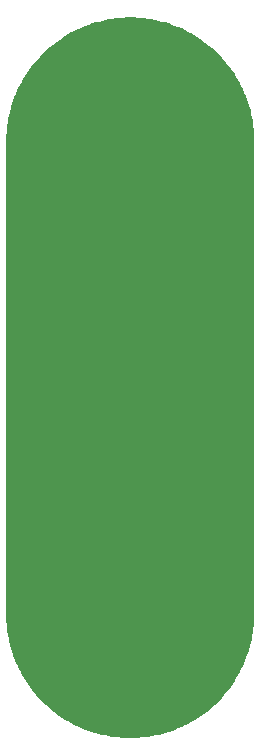
<source format=gbo>
G04 Layer: BottomSilkscreenLayer*
G04 EasyEDA v6.5.9, 2022-09-16 14:53:16*
G04 a67cddfb3fce44daa9051d46cbbcc19f,10*
G04 Gerber Generator version 0.2*
G04 Scale: 100 percent, Rotated: No, Reflected: No *
G04 Dimensions in millimeters *
G04 leading zeros omitted , absolute positions ,4 integer and 5 decimal *
%FSLAX45Y45*%
%MOMM*%

%ADD10C,0.0001*%

%LPD*%
G36*
X1242669Y2250490D02*
G01*
X1213358Y2249881D01*
X1184046Y2248408D01*
X1154785Y2246172D01*
X1125626Y2243124D01*
X1096518Y2239213D01*
X1067562Y2234539D01*
X1038758Y2229053D01*
X1010107Y2222754D01*
X981659Y2215642D01*
X953414Y2207768D01*
X925372Y2199081D01*
X897636Y2189632D01*
X870102Y2179421D01*
X842924Y2168398D01*
X829411Y2162657D01*
X802741Y2150516D01*
X776376Y2137664D01*
X750366Y2124049D01*
X724763Y2109774D01*
X699566Y2094738D01*
X674776Y2079040D01*
X650494Y2062632D01*
X626618Y2045563D01*
X603250Y2027783D01*
X580390Y2009444D01*
X558038Y1990394D01*
X536244Y1970786D01*
X515010Y1950567D01*
X494334Y1929739D01*
X474268Y1908352D01*
X454761Y1886407D01*
X435914Y1863953D01*
X417728Y1840941D01*
X400151Y1817471D01*
X383235Y1793493D01*
X366979Y1769059D01*
X351434Y1744167D01*
X336600Y1718868D01*
X322478Y1693164D01*
X309067Y1667103D01*
X296367Y1640636D01*
X284429Y1613814D01*
X273253Y1586738D01*
X262839Y1559306D01*
X253187Y1531569D01*
X244348Y1503629D01*
X240182Y1489557D01*
X232511Y1461262D01*
X225602Y1432712D01*
X219506Y1404061D01*
X214223Y1375206D01*
X209702Y1346200D01*
X206044Y1317091D01*
X203200Y1287881D01*
X201117Y1258620D01*
X199898Y1229309D01*
X199491Y1199997D01*
X199898Y1170686D01*
X201117Y1141374D01*
X203200Y1112113D01*
X206044Y1082903D01*
X209702Y1053795D01*
X214223Y1024788D01*
X219506Y995934D01*
X225602Y967282D01*
X232511Y938733D01*
X240182Y910437D01*
X248666Y882345D01*
X257911Y854506D01*
X267970Y826973D01*
X273253Y813308D01*
X284429Y786180D01*
X296367Y759358D01*
X309067Y732891D01*
X322478Y706831D01*
X336600Y681126D01*
X351434Y655828D01*
X366979Y630936D01*
X383235Y606501D01*
X400151Y582523D01*
X417728Y559054D01*
X435914Y536041D01*
X454761Y513588D01*
X474268Y491642D01*
X494334Y470255D01*
X515010Y449427D01*
X536244Y429209D01*
X558038Y409600D01*
X580390Y390601D01*
X603250Y372211D01*
X626618Y354482D01*
X650494Y337362D01*
X674776Y321005D01*
X699566Y305257D01*
X724763Y290220D01*
X750366Y275945D01*
X776376Y262331D01*
X802741Y249478D01*
X829411Y237337D01*
X856487Y226009D01*
X870102Y220573D01*
X897636Y210362D01*
X925372Y200914D01*
X953414Y192227D01*
X981659Y184353D01*
X1010107Y177241D01*
X1038758Y170942D01*
X1067562Y165455D01*
X1096518Y160782D01*
X1125626Y156870D01*
X1154785Y153822D01*
X1184046Y151587D01*
X1213358Y150164D01*
X1227988Y149707D01*
X1257350Y149504D01*
X1286662Y150164D01*
X1315974Y151587D01*
X1345234Y153822D01*
X1374394Y156870D01*
X1403451Y160782D01*
X1432407Y165455D01*
X1461211Y170942D01*
X1489862Y177241D01*
X1518361Y184353D01*
X1546606Y192227D01*
X1574647Y200914D01*
X1602384Y210362D01*
X1629867Y220573D01*
X1657096Y231597D01*
X1683969Y243332D01*
X1710486Y255828D01*
X1736699Y269036D01*
X1762506Y283006D01*
X1775256Y290220D01*
X1800453Y305257D01*
X1825193Y321005D01*
X1849526Y337362D01*
X1873402Y354482D01*
X1896770Y372211D01*
X1919630Y390601D01*
X1941931Y409600D01*
X1963775Y429209D01*
X1985010Y449427D01*
X2005685Y470255D01*
X2025751Y491642D01*
X2045207Y513588D01*
X2064105Y536041D01*
X2082292Y559054D01*
X2099868Y582523D01*
X2116785Y606501D01*
X2133041Y630936D01*
X2148586Y655828D01*
X2163419Y681126D01*
X2177542Y706831D01*
X2190953Y732891D01*
X2203602Y759358D01*
X2209698Y772718D01*
X2221230Y799693D01*
X2232050Y826973D01*
X2242058Y854506D01*
X2251303Y882345D01*
X2255672Y896366D01*
X2263749Y924560D01*
X2271064Y953008D01*
X2277567Y981608D01*
X2283256Y1010361D01*
X2288133Y1039266D01*
X2292197Y1068324D01*
X2295499Y1097483D01*
X2297938Y1126744D01*
X2299563Y1156004D01*
X2300376Y1185316D01*
X2300376Y1214678D01*
X2299563Y1243990D01*
X2297938Y1273302D01*
X2295499Y1302512D01*
X2292197Y1331671D01*
X2288133Y1360728D01*
X2283256Y1389634D01*
X2277567Y1418386D01*
X2271064Y1447038D01*
X2263749Y1475435D01*
X2255672Y1503629D01*
X2246782Y1531569D01*
X2237130Y1559306D01*
X2226716Y1586738D01*
X2215540Y1613814D01*
X2209698Y1627276D01*
X2197354Y1653895D01*
X2184349Y1680159D01*
X2170582Y1706067D01*
X2156053Y1731568D01*
X2148586Y1744167D01*
X2133041Y1769059D01*
X2116785Y1793493D01*
X2099868Y1817471D01*
X2082292Y1840941D01*
X2064105Y1863953D01*
X2045207Y1886407D01*
X2025751Y1908352D01*
X2005685Y1929739D01*
X1985010Y1950567D01*
X1963775Y1970786D01*
X1941931Y1990394D01*
X1919630Y2009444D01*
X1896770Y2027783D01*
X1873402Y2045563D01*
X1849526Y2062632D01*
X1825193Y2079040D01*
X1800453Y2094738D01*
X1775256Y2109774D01*
X1749653Y2124049D01*
X1723643Y2137664D01*
X1697278Y2150516D01*
X1670557Y2162657D01*
X1643532Y2173986D01*
X1616202Y2184603D01*
X1588566Y2194458D01*
X1560626Y2203500D01*
X1546606Y2207768D01*
X1518361Y2215642D01*
X1489862Y2222754D01*
X1461211Y2229053D01*
X1432407Y2234539D01*
X1403451Y2239213D01*
X1374394Y2243124D01*
X1345234Y2246172D01*
X1315974Y2248408D01*
X1286662Y2249881D01*
X1257350Y2250490D01*
G37*
G36*
X1243177Y6250482D02*
G01*
X1213815Y6249873D01*
X1184554Y6248400D01*
X1155293Y6246164D01*
X1126134Y6243116D01*
X1097026Y6239205D01*
X1068070Y6234531D01*
X1039266Y6229045D01*
X1010615Y6222746D01*
X982167Y6215634D01*
X953922Y6207760D01*
X925880Y6199073D01*
X898093Y6189624D01*
X870610Y6179413D01*
X843432Y6168390D01*
X829919Y6162649D01*
X803198Y6150508D01*
X776833Y6137656D01*
X750874Y6124041D01*
X725271Y6109766D01*
X700074Y6094730D01*
X675284Y6079032D01*
X650951Y6062624D01*
X627126Y6045504D01*
X615391Y6036767D01*
X592226Y6018682D01*
X569671Y5999988D01*
X547573Y5980684D01*
X526034Y5960719D01*
X505104Y5940196D01*
X484733Y5919114D01*
X464921Y5897422D01*
X445770Y5875223D01*
X427228Y5852515D01*
X409346Y5829249D01*
X392074Y5805525D01*
X375513Y5781344D01*
X359613Y5756656D01*
X344424Y5731560D01*
X329946Y5706059D01*
X316179Y5680151D01*
X303123Y5653887D01*
X290830Y5627268D01*
X279247Y5600293D01*
X268478Y5573014D01*
X258419Y5545480D01*
X249174Y5517642D01*
X240690Y5489549D01*
X236728Y5475427D01*
X229463Y5447030D01*
X222961Y5418378D01*
X217271Y5389626D01*
X212344Y5360720D01*
X208279Y5331663D01*
X205028Y5302504D01*
X202539Y5273294D01*
X200914Y5243982D01*
X200101Y5214670D01*
X200101Y5185308D01*
X200914Y5155996D01*
X202539Y5126685D01*
X205028Y5097475D01*
X208279Y5068316D01*
X212344Y5039258D01*
X217271Y5010353D01*
X222961Y4981600D01*
X229463Y4952949D01*
X236728Y4924552D01*
X244856Y4896358D01*
X253695Y4868418D01*
X263347Y4840681D01*
X273761Y4813300D01*
X284937Y4786172D01*
X296875Y4759350D01*
X309575Y4732883D01*
X322986Y4706823D01*
X337108Y4681118D01*
X351942Y4655820D01*
X367487Y4630928D01*
X383692Y4606493D01*
X400608Y4582515D01*
X418185Y4559046D01*
X436422Y4536033D01*
X455269Y4513580D01*
X474776Y4491634D01*
X494842Y4470247D01*
X515518Y4449419D01*
X536752Y4429201D01*
X558546Y4409592D01*
X580898Y4390542D01*
X603758Y4372203D01*
X615391Y4363212D01*
X638962Y4345838D01*
X663041Y4329074D01*
X687628Y4313021D01*
X712622Y4297629D01*
X738022Y4282998D01*
X763828Y4269028D01*
X789990Y4255820D01*
X816508Y4243324D01*
X829919Y4237329D01*
X856996Y4226001D01*
X870610Y4220565D01*
X898093Y4210354D01*
X925880Y4200906D01*
X953922Y4192219D01*
X982167Y4184345D01*
X1010615Y4177233D01*
X1039266Y4170934D01*
X1068070Y4165447D01*
X1097026Y4160774D01*
X1126134Y4156862D01*
X1155293Y4153814D01*
X1184554Y4151579D01*
X1213815Y4150106D01*
X1243177Y4149496D01*
X1272489Y4149699D01*
X1287170Y4150106D01*
X1316482Y4151579D01*
X1345692Y4153814D01*
X1374902Y4156862D01*
X1403959Y4160774D01*
X1432915Y4165447D01*
X1461719Y4170934D01*
X1490370Y4177233D01*
X1518818Y4184345D01*
X1547114Y4192219D01*
X1575104Y4200906D01*
X1602892Y4210354D01*
X1630375Y4220565D01*
X1657604Y4231589D01*
X1684477Y4243324D01*
X1710994Y4255820D01*
X1737207Y4269028D01*
X1763014Y4282998D01*
X1788414Y4297629D01*
X1813407Y4313021D01*
X1837943Y4329074D01*
X1862023Y4345838D01*
X1885645Y4363212D01*
X1908759Y4381296D01*
X1931365Y4399991D01*
X1953412Y4419295D01*
X1974951Y4439259D01*
X1985518Y4449419D01*
X2006142Y4470247D01*
X2026259Y4491634D01*
X2045716Y4513580D01*
X2064562Y4536033D01*
X2082800Y4559046D01*
X2100376Y4582515D01*
X2117293Y4606493D01*
X2133498Y4630928D01*
X2149043Y4655820D01*
X2163876Y4681118D01*
X2178050Y4706823D01*
X2191461Y4732883D01*
X2204110Y4759350D01*
X2216048Y4786172D01*
X2227224Y4813300D01*
X2237638Y4840681D01*
X2247290Y4868418D01*
X2256180Y4896358D01*
X2264257Y4924552D01*
X2268016Y4938725D01*
X2274874Y4967274D01*
X2280970Y4995926D01*
X2286304Y5024780D01*
X2290775Y5053787D01*
X2294432Y5082895D01*
X2296007Y5097475D01*
X2298446Y5126685D01*
X2300071Y5155996D01*
X2300884Y5185308D01*
X2300884Y5214670D01*
X2300071Y5243982D01*
X2298446Y5273294D01*
X2296007Y5302504D01*
X2292705Y5331663D01*
X2288641Y5360720D01*
X2286304Y5375198D01*
X2280970Y5404053D01*
X2274874Y5432704D01*
X2268016Y5461254D01*
X2260295Y5489549D01*
X2256180Y5503621D01*
X2247290Y5531561D01*
X2237638Y5559298D01*
X2227224Y5586679D01*
X2216048Y5613806D01*
X2204110Y5640628D01*
X2191461Y5667095D01*
X2178050Y5693156D01*
X2163876Y5718860D01*
X2149043Y5744159D01*
X2133498Y5769051D01*
X2117293Y5793486D01*
X2100376Y5817463D01*
X2082800Y5840933D01*
X2064562Y5863945D01*
X2045716Y5886399D01*
X2026259Y5908344D01*
X2006142Y5929731D01*
X1985518Y5950559D01*
X1964232Y5970778D01*
X1942439Y5990386D01*
X1920087Y6009436D01*
X1897227Y6027775D01*
X1885645Y6036767D01*
X1862023Y6054140D01*
X1837943Y6070904D01*
X1813407Y6086957D01*
X1788414Y6102350D01*
X1763014Y6116980D01*
X1737207Y6130950D01*
X1710994Y6144158D01*
X1684477Y6156655D01*
X1657604Y6168390D01*
X1630375Y6179413D01*
X1602892Y6189624D01*
X1575104Y6199073D01*
X1547114Y6207760D01*
X1518818Y6215634D01*
X1490370Y6222746D01*
X1461719Y6229045D01*
X1432915Y6234531D01*
X1403959Y6239205D01*
X1374902Y6243116D01*
X1345692Y6246164D01*
X1316482Y6248400D01*
X1287170Y6249873D01*
X1257808Y6250482D01*
G37*
G36*
X199999Y5199989D02*
G01*
X2299995Y5199989D01*
X2299995Y1199997D01*
X199999Y1199997D01*
G37*
M02*

</source>
